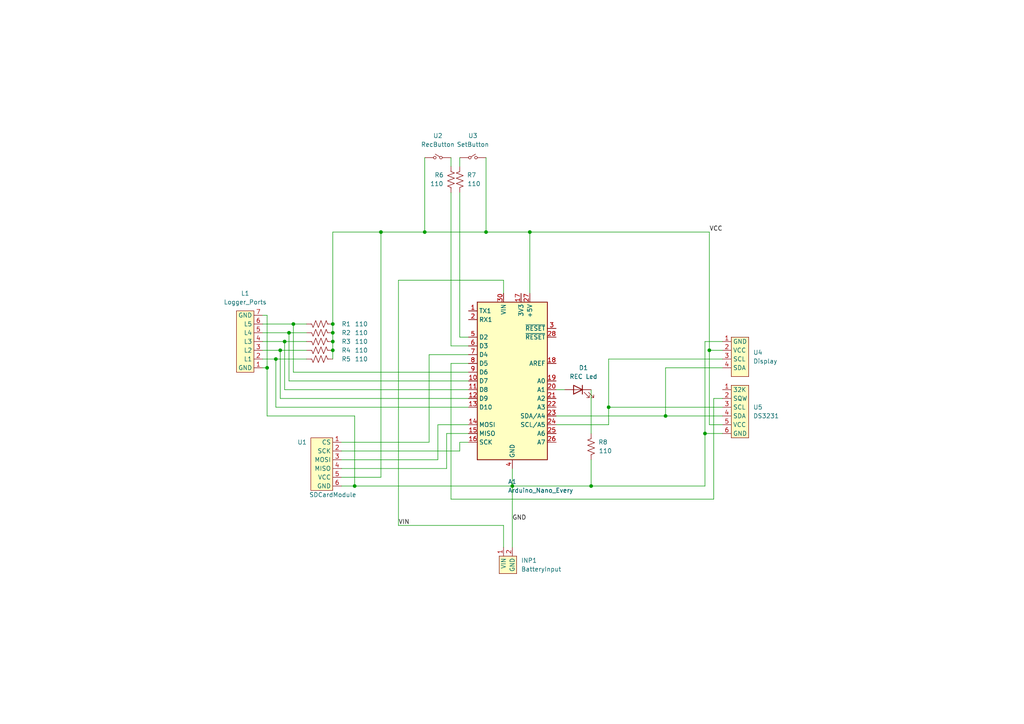
<source format=kicad_sch>
(kicad_sch (version 20211123) (generator eeschema)
  (paper "A4")
  (title_block (title "Waterflow Logger") (date "2022-02-13") (company "RisorsaTerra"))
  (lib_symbols
    (symbol "Button_1" (pin_numbers hide) (pin_names hide)
      (property "Reference" "U" (at 0 2.54 0))
      (property "Value" "Button_1" (at 0 -1.778 0))
      (symbol "Button_1_0_1"
        (circle (center -0.889 0) (radius 0.381))
        (polyline (pts (xy -0.508 0.254) (xy 0.762 1.016)))
        (circle (center 0.889 0) (radius 0.381))
      )
      (symbol "Button_1_1_1"
        (pin passive line (at -3.81 0 0) (length 2.54) (name "") (number "1"))
        (pin passive line (at 3.81 0 180) (length 2.54) (name "") (number "2"))
      )
    )
    (symbol "Components:BatteryInput"
      (property "Reference" "INP" (at 6.35 0 0))
      (property "Value" "BatteryInput" (at 0 -2.54 0))
      (symbol "BatteryInput_0_1"
        (rectangle (start -2.54 3.81) (end 2.54 -1.27) (fill (type background)))
      )
      (symbol "BatteryInput_1_1"
        (pin power_in line (at -1.27 6.35 270) (length 2.54) (name "VIN") (number "1"))
        (pin passive line (at 1.27 6.35 270) (length 2.54) (name "GND") (number "2"))
      )
    )
    (symbol "Components:DS3231"
      (property "Reference" "U" (at 0 6.35 0))
      (property "Value" "DS3231" (at 0 -11.43 0))
      (symbol "DS3231_0_1"
        (rectangle (start -2.54 5.08) (end 2.54 -10.16) (fill (type background)))
      )
      (symbol "DS3231_1_1"
        (pin passive line (at -5.08 3.81 0) (length 2.54) (name "32K") (number "1"))
        (pin passive line (at -5.08 1.27 0) (length 2.54) (name "SQW") (number "2"))
        (pin passive line (at -5.08 -1.27 0) (length 2.54) (name "SCL") (number "3"))
        (pin passive line (at -5.08 -3.81 0) (length 2.54) (name "SDA") (number "4"))
        (pin passive line (at -5.08 -6.35 0) (length 2.54) (name "VCC") (number "5"))
        (pin passive line (at -5.08 -8.89 0) (length 2.54) (name "GND") (number "6"))
      )
    )
    (symbol "Components:Display"
      (property "Reference" "U" (at -5.08 6.35 0))
      (property "Value" "Display" (at 0 -5.08 0))
      (symbol "Display_0_1"
        (rectangle (start -6.35 5.08) (end 5.08 0) (fill (type background)))
      )
      (symbol "Display_1_1"
        (pin passive line (at -5.08 -2.54 90) (length 2.54) (name "GND") (number "1"))
        (pin passive line (at -2.54 -2.54 90) (length 2.54) (name "VCC") (number "2"))
        (pin passive line (at 0 -2.54 90) (length 2.54) (name "SCL") (number "3"))
        (pin passive line (at 2.54 -2.54 90) (length 2.54) (name "SDA") (number "4"))
      )
    )
    (symbol "Components:Logger_Ports"
      (property "Reference" "L" (at -1.27 10.16 0))
      (property "Value" "Logger_Ports" (at -1.27 -10.16 0))
      (symbol "Logger_Ports_0_1"
        (rectangle (start -2.54 8.89) (end 2.54 -8.89) (fill (type background)))
      )
      (symbol "Logger_Ports_1_1"
        (pin passive line (at -5.08 7.62 0) (length 2.54) (name "GND") (number "1"))
        (pin passive line (at -5.08 5.08 0) (length 2.54) (name "L1") (number "2"))
        (pin passive line (at -5.08 2.54 0) (length 2.54) (name "L2") (number "3"))
        (pin passive line (at -5.08 0 0) (length 2.54) (name "L3") (number "4"))
        (pin passive line (at -5.08 -2.54 0) (length 2.54) (name "L4") (number "5"))
        (pin passive line (at -5.08 -5.08 0) (length 2.54) (name "L5") (number "6"))
        (pin passive line (at -5.08 -7.62 0) (length 2.54) (name "GND") (number "7"))
      )
    )
    (symbol "Components:SDCardModule"
      (property "Reference" "U" (at -1.27 7.62 0))
      (property "Value" "SDCardModule" (at 0 -10.16 0))
      (symbol "SDCardModule_0_1"
        (rectangle (start -2.54 6.35) (end 3.81 -8.89) (fill (type background)))
      )
      (symbol "SDCardModule_1_1"
        (pin passive line (at -5.08 5.08 0) (length 2.54) (name "CS") (number "1"))
        (pin passive line (at -5.08 2.54 0) (length 2.54) (name "SCK") (number "2"))
        (pin passive line (at -5.08 0 0) (length 2.54) (name "MOSI") (number "3"))
        (pin passive line (at -5.08 -2.54 0) (length 2.54) (name "MISO") (number "4"))
        (pin passive line (at -5.08 -5.08 0) (length 2.54) (name "VCC") (number "5"))
        (pin passive line (at -5.08 -7.62 0) (length 2.54) (name "GND") (number "6"))
      )
    )
    (symbol "Device:LED" (pin_numbers hide) (pin_names (offset 1.016) hide)
      (property "Reference" "D" (at 0 2.54 0))
      (property "Value" "LED" (at 0 -2.54 0))
      (symbol "LED_0_1"
        (polyline (pts (xy -1.27 -1.27) (xy -1.27 1.27)) (stroke (width 0.254)))
        (polyline (pts (xy -1.27 0) (xy 1.27 0)))
        (polyline (pts (xy 1.27 -1.27) (xy 1.27 1.27) (xy -1.27 0) (xy 1.27 -1.27)) (stroke (width 0.254)))
        (polyline (pts (xy -3.048 -0.762) (xy -4.572 -2.286) (xy -3.81 -2.286) (xy -4.572 -2.286) (xy -4.572 -1.524)))
        (polyline (pts (xy -1.778 -0.762) (xy -3.302 -2.286) (xy -2.54 -2.286) (xy -3.302 -2.286) (xy -3.302 -1.524)))
      )
      (symbol "LED_1_1"
        (pin passive line (at -3.81 0 0) (length 2.54) (name "K") (number "1"))
        (pin passive line (at 3.81 0 180) (length 2.54) (name "A") (number "2"))
      )
    )
    (symbol "Device:R_US" (pin_numbers hide) (pin_names (offset 0))
      (property "Reference" "R" (at 2.54 0 90))
      (property "Value" "R_US" (at -2.54 0 90))
      (symbol "R_US_0_1"
        (polyline (pts (xy 0 -2.286) (xy 0 -2.54)))
        (polyline (pts (xy 0 2.286) (xy 0 2.54)))
        (polyline (pts (xy 0 -0.762) (xy 1.016 -1.143) (xy 0 -1.524) (xy -1.016 -1.905) (xy 0 -2.286)))
        (polyline (pts (xy 0 0.762) (xy 1.016 0.381) (xy 0 0) (xy -1.016 -0.381) (xy 0 -0.762)))
        (polyline (pts (xy 0 2.286) (xy 1.016 1.905) (xy 0 1.524) (xy -1.016 1.143) (xy 0 0.762)))
      )
      (symbol "R_US_1_1"
        (pin passive line (at 0 3.81 270) (length 1.27) (name "~") (number "1"))
        (pin passive line (at 0 -3.81 90) (length 1.27) (name "~") (number "2"))
      )
    )
    (symbol "MCU_Module:Arduino_Nano_Every"
      (property "Reference" "A" (at -10.16 23.495 0))
      (property "Value" "Arduino_Nano_Every" (at 5.08 -24.13 0))
      (symbol "Arduino_Nano_Every_0_1"
        (rectangle (start -10.16 22.86) (end 10.16 -22.86) (stroke (width 0.254)) (fill (type background)))
      )
      (symbol "Arduino_Nano_Every_1_1"
        (pin bidirectional line (at -12.7 20.32 0) (length 2.54) (name "TX1") (number "1"))
        (pin bidirectional line (at -12.7 0 0) (length 2.54) (name "D7") (number "10"))
        (pin bidirectional line (at -12.7 -2.54 0) (length 2.54) (name "D8") (number "11"))
        (pin bidirectional line (at -12.7 -5.08 0) (length 2.54) (name "D9") (number "12"))
        (pin bidirectional line (at -12.7 -7.62 0) (length 2.54) (name "D10") (number "13"))
        (pin bidirectional line (at -12.7 -12.7 0) (length 2.54) (name "MOSI") (number "14"))
        (pin bidirectional line (at -12.7 -15.24 0) (length 2.54) (name "MISO") (number "15"))
        (pin bidirectional line (at -12.7 -17.78 0) (length 2.54) (name "SCK") (number "16"))
        (pin power_out line (at 2.54 25.4 270) (length 2.54) (name "3V3") (number "17"))
        (pin input line (at 12.7 5.08 180) (length 2.54) (name "AREF") (number "18"))
        (pin bidirectional line (at 12.7 0 180) (length 2.54) (name "A0") (number "19"))
        (pin bidirectional line (at -12.7 17.78 0) (length 2.54) (name "RX1") (number "2"))
        (pin bidirectional line (at 12.7 -2.54 180) (length 2.54) (name "A1") (number "20"))
        (pin bidirectional line (at 12.7 -5.08 180) (length 2.54) (name "A2") (number "21"))
        (pin bidirectional line (at 12.7 -7.62 180) (length 2.54) (name "A3") (number "22"))
        (pin bidirectional line (at 12.7 -10.16 180) (length 2.54) (name "SDA/A4") (number "23"))
        (pin bidirectional line (at 12.7 -12.7 180) (length 2.54) (name "SCL/A5") (number "24"))
        (pin bidirectional line (at 12.7 -15.24 180) (length 2.54) (name "A6") (number "25"))
        (pin bidirectional line (at 12.7 -17.78 180) (length 2.54) (name "A7") (number "26"))
        (pin power_out line (at 5.08 25.4 270) (length 2.54) (name "+5V") (number "27"))
        (pin input line (at 12.7 12.7 180) (length 2.54) (name "~{RESET}") (number "28"))
        (pin passive line (at 0 -25.4 90) (length 2.54) hide (name "GND") (number "29"))
        (pin input line (at 12.7 15.24 180) (length 2.54) (name "~{RESET}") (number "3"))
        (pin power_in line (at -2.54 25.4 270) (length 2.54) (name "VIN") (number "30"))
        (pin power_in line (at 0 -25.4 90) (length 2.54) (name "GND") (number "4"))
        (pin bidirectional line (at -12.7 12.7 0) (length 2.54) (name "D2") (number "5"))
        (pin bidirectional line (at -12.7 10.16 0) (length 2.54) (name "D3") (number "6"))
        (pin bidirectional line (at -12.7 7.62 0) (length 2.54) (name "D4") (number "7"))
        (pin bidirectional line (at -12.7 5.08 0) (length 2.54) (name "D5") (number "8"))
        (pin bidirectional line (at -12.7 2.54 0) (length 2.54) (name "D6") (number "9"))
      )
    )
  )
  (junction (at 82.55 99.06))
  (junction (at 96.52 101.6))
  (junction (at 171.45 140.97))
  (junction (at 96.52 96.52))
  (junction (at 96.52 93.98))
  (junction (at 102.87 140.97))
  (junction (at 85.09 93.98))
  (junction (at 80.01 104.14))
  (junction (at 148.59 140.97))
  (junction (at 193.04 120.65))
  (junction (at 77.47 106.68))
  (junction (at 153.67 67.31))
  (junction (at 96.52 99.06))
  (junction (at 123.19 67.31))
  (junction (at 205.74 101.6))
  (junction (at 81.28 101.6))
  (junction (at 176.53 118.11))
  (junction (at 204.47 125.73))
  (junction (at 140.97 67.31))
  (junction (at 83.82 96.52))
  (junction (at 110.49 67.31))
  (wire (pts (xy 148.59 140.97) (xy 148.59 158.75)))
  (wire (pts (xy 171.45 133.35) (xy 171.45 140.97)))
  (wire (pts (xy 129.54 125.73) (xy 135.89 125.73)))
  (wire (pts (xy 82.55 99.06) (xy 88.9 99.06)))
  (wire (pts (xy 99.06 133.35) (xy 127 133.35)))
  (wire (pts (xy 76.2 99.06) (xy 82.55 99.06)))
  (wire (pts (xy 81.28 101.6) (xy 81.28 115.57)))
  (wire (pts (xy 83.82 96.52) (xy 83.82 110.49)))
  (wire (pts (xy 124.46 128.27) (xy 124.46 102.87)))
  (wire (pts (xy 204.47 99.06) (xy 209.55 99.06)))
  (wire (pts (xy 209.55 101.6) (xy 205.74 101.6)))
  (wire (pts (xy 133.35 45.72) (xy 133.35 48.26)))
  (wire (pts (xy 209.55 123.19) (xy 205.74 123.19)))
  (wire (pts (xy 99.06 130.81) (xy 133.35 130.81)))
  (wire (pts (xy 205.74 123.19) (xy 205.74 101.6)))
  (wire (pts (xy 130.81 144.78) (xy 207.01 144.78)))
  (wire (pts (xy 102.87 140.97) (xy 148.59 140.97)))
  (wire (pts (xy 83.82 96.52) (xy 88.9 96.52)))
  (wire (pts (xy 80.01 118.11) (xy 135.89 118.11)))
  (wire (pts (xy 96.52 99.06) (xy 96.52 101.6)))
  (wire (pts (xy 76.2 96.52) (xy 83.82 96.52)))
  (wire (pts (xy 171.45 113.03) (xy 171.45 125.73)))
  (wire (pts (xy 133.35 55.88) (xy 133.35 97.79)))
  (wire (pts (xy 176.53 118.11) (xy 176.53 104.14)))
  (wire (pts (xy 110.49 67.31) (xy 110.49 138.43)))
  (wire (pts (xy 76.2 104.14) (xy 80.01 104.14)))
  (wire (pts (xy 146.05 81.28) (xy 146.05 85.09)))
  (wire (pts (xy 130.81 55.88) (xy 130.81 100.33)))
  (wire (pts (xy 205.74 67.31) (xy 153.67 67.31)))
  (wire (pts (xy 85.09 93.98) (xy 85.09 107.95)))
  (wire (pts (xy 133.35 128.27) (xy 135.89 128.27)))
  (wire (pts (xy 205.74 67.31) (xy 205.74 101.6)))
  (wire (pts (xy 207.01 115.57) (xy 207.01 144.78)))
  (wire (pts (xy 135.89 105.41) (xy 130.81 105.41)))
  (wire (pts (xy 193.04 120.65) (xy 209.55 120.65)))
  (wire (pts (xy 76.2 106.68) (xy 77.47 106.68)))
  (wire (pts (xy 110.49 67.31) (xy 123.19 67.31)))
  (wire (pts (xy 146.05 158.75) (xy 146.05 152.4)))
  (wire (pts (xy 130.81 45.72) (xy 130.81 48.26)))
  (wire (pts (xy 77.47 91.44) (xy 77.47 106.68)))
  (wire (pts (xy 124.46 102.87) (xy 135.89 102.87)))
  (wire (pts (xy 176.53 123.19) (xy 176.53 118.11)))
  (wire (pts (xy 148.59 135.89) (xy 148.59 140.97)))
  (wire (pts (xy 76.2 101.6) (xy 81.28 101.6)))
  (wire (pts (xy 82.55 113.03) (xy 135.89 113.03)))
  (wire (pts (xy 96.52 96.52) (xy 96.52 99.06)))
  (wire (pts (xy 133.35 130.81) (xy 133.35 128.27)))
  (wire (pts (xy 102.87 120.65) (xy 102.87 140.97)))
  (wire (pts (xy 76.2 91.44) (xy 77.47 91.44)))
  (wire (pts (xy 110.49 67.31) (xy 96.52 67.31)))
  (wire (pts (xy 161.29 123.19) (xy 176.53 123.19)))
  (wire (pts (xy 123.19 67.31) (xy 140.97 67.31)))
  (wire (pts (xy 130.81 105.41) (xy 130.81 144.78)))
  (wire (pts (xy 129.54 135.89) (xy 129.54 125.73)))
  (wire (pts (xy 204.47 125.73) (xy 204.47 140.97)))
  (wire (pts (xy 96.52 93.98) (xy 96.52 96.52)))
  (wire (pts (xy 96.52 101.6) (xy 96.52 104.14)))
  (wire (pts (xy 82.55 99.06) (xy 82.55 113.03)))
  (wire (pts (xy 161.29 113.03) (xy 163.83 113.03)))
  (wire (pts (xy 148.59 140.97) (xy 171.45 140.97)))
  (wire (pts (xy 102.87 120.65) (xy 77.47 120.65)))
  (wire (pts (xy 161.29 120.65) (xy 193.04 120.65)))
  (wire (pts (xy 81.28 115.57) (xy 135.89 115.57)))
  (wire (pts (xy 146.05 152.4) (xy 115.57 152.4)))
  (wire (pts (xy 99.06 138.43) (xy 110.49 138.43)))
  (wire (pts (xy 96.52 67.31) (xy 96.52 93.98)))
  (wire (pts (xy 176.53 104.14) (xy 209.55 104.14)))
  (wire (pts (xy 80.01 104.14) (xy 88.9 104.14)))
  (wire (pts (xy 77.47 120.65) (xy 77.47 106.68)))
  (wire (pts (xy 140.97 67.31) (xy 153.67 67.31)))
  (wire (pts (xy 85.09 93.98) (xy 88.9 93.98)))
  (wire (pts (xy 99.06 140.97) (xy 102.87 140.97)))
  (wire (pts (xy 204.47 125.73) (xy 209.55 125.73)))
  (wire (pts (xy 85.09 107.95) (xy 135.89 107.95)))
  (wire (pts (xy 193.04 106.68) (xy 193.04 120.65)))
  (wire (pts (xy 204.47 99.06) (xy 204.47 125.73)))
  (wire (pts (xy 81.28 101.6) (xy 88.9 101.6)))
  (wire (pts (xy 176.53 118.11) (xy 209.55 118.11)))
  (wire (pts (xy 99.06 128.27) (xy 124.46 128.27)))
  (wire (pts (xy 130.81 100.33) (xy 135.89 100.33)))
  (wire (pts (xy 115.57 81.28) (xy 146.05 81.28)))
  (wire (pts (xy 171.45 140.97) (xy 204.47 140.97)))
  (wire (pts (xy 76.2 93.98) (xy 85.09 93.98)))
  (wire (pts (xy 127 133.35) (xy 127 123.19)))
  (wire (pts (xy 127 123.19) (xy 135.89 123.19)))
  (wire (pts (xy 83.82 110.49) (xy 135.89 110.49)))
  (wire (pts (xy 123.19 45.72) (xy 123.19 67.31)))
  (wire (pts (xy 133.35 97.79) (xy 135.89 97.79)))
  (wire (pts (xy 99.06 135.89) (xy 129.54 135.89)))
  (wire (pts (xy 140.97 45.72) (xy 140.97 67.31)))
  (wire (pts (xy 209.55 115.57) (xy 207.01 115.57)))
  (wire (pts (xy 115.57 152.4) (xy 115.57 81.28)))
  (wire (pts (xy 153.67 85.09) (xy 153.67 67.31)))
  (wire (pts (xy 80.01 104.14) (xy 80.01 118.11)))
  (wire (pts (xy 209.55 106.68) (xy 193.04 106.68)))
  (label "GND" (at 148.59 151.13 0))
  (label "VIN" (at 115.57 152.4 0))
  (label "VCC" (at 205.74 67.31 0))
  (symbol (lib_id "Device:R_US") (at 92.71 96.52 90) (mirror x) (unit 1)
    (property "Reference" "R2" (at 99.06 96.52 90) (effects (justify right)))
    (property "Value" "110" (at 102.87 96.52 90) (effects (justify right)))
    (property "Footprint" "Resistor_THT:R_Axial_DIN0204_L3.6mm_D1.6mm_P5.08mm_Horizontal" (effects hide))
  )
  (symbol (lib_id "Components:SDCardModule") (at 93.98 133.35 0) (mirror y) (unit 1)
    (property "Reference" "U1" (at 87.63 128.27 0))
    (property "Value" "SDCardModule" (at 96.52 143.51 0))
    (property "Footprint" "Connector_PinSocket_2.54mm:PinSocket_1x06_P2.54mm_Vertical" (effects hide))
  )
  (symbol (lib_id "Components:DS3231") (at 214.63 116.84 0) (unit 1)
    (property "Reference" "U5" (at 218.44 118.1099 0) (effects (justify left)))
    (property "Value" "DS3231" (at 218.44 120.6499 0) (effects (justify left)))
    (property "Footprint" "Connector_PinSocket_2.54mm:PinSocket_1x06_P2.54mm_Vertical" (effects hide))
  )
  (symbol (lib_id "Device:R_US") (at 92.71 104.14 90) (mirror x) (unit 1)
    (property "Reference" "R5" (at 99.06 104.14 90) (effects (justify right)))
    (property "Value" "110" (at 102.87 104.14 90) (effects (justify right)))
    (property "Footprint" "Resistor_THT:R_Axial_DIN0204_L3.6mm_D1.6mm_P5.08mm_Horizontal" (effects hide))
  )
  (symbol (lib_id "Device:R_US") (at 130.81 52.07 180) (unit 1)
    (property "Reference" "R6" (at 126.02 50.7715 0) (effects (justify right)))
    (property "Value" "110" (at 124.75 53.3115 0) (effects (justify right)))
    (property "Footprint" "Resistor_THT:R_Axial_DIN0204_L3.6mm_D1.6mm_P5.08mm_Horizontal" (effects hide))
  )
  (symbol (lib_id "MCU_Module:Arduino_Nano_Every") (at 148.59 110.49 0) (unit 1)
    (property "Reference" "A1" (at 147.32 139.7 0) (effects (justify left)))
    (property "Value" "Arduino_Nano_Every" (at 147.32 142.24 0) (effects (justify left)))
    (property "Footprint" "Module:Arduino_Nano" (effects hide))
    (property "Datasheet" "https://content.arduino.cc/assets/NANOEveryV3.0_sch.pdf" (effects hide))
  )
  (symbol (lib_id "Device:R_US") (at 92.71 99.06 90) (mirror x) (unit 1)
    (property "Reference" "R3" (at 99.06 99.06 90) (effects (justify right)))
    (property "Value" "110" (at 102.87 99.06 90) (effects (justify right)))
    (property "Footprint" "Resistor_THT:R_Axial_DIN0204_L3.6mm_D1.6mm_P5.08mm_Horizontal" (effects hide))
  )
  (symbol (lib_id "Components:Display") (at 212.09 104.14 270) (unit 1)
    (property "Reference" "U4" (at 218.44 102.2349 90) (effects (justify left)))
    (property "Value" "Display" (at 218.44 104.7749 90) (effects (justify left)))
    (property "Footprint" "TerminalBlock_4Ucon:TerminalBlock_4Ucon_1x04_P3.50mm_Horizontal" (effects hide))
  )
  (symbol (lib_id "Device:R_US") (at 171.45 129.54 0) (mirror x) (unit 1)
    (property "Reference" "R8" (at 176.24 128.2415 0) (effects (justify right)))
    (property "Value" "110" (at 177.51 130.7815 0) (effects (justify right)))
    (property "Footprint" "Resistor_THT:R_Axial_DIN0204_L3.6mm_D1.6mm_P5.08mm_Horizontal" (effects hide))
  )
  (symbol (lib_id "Components:Logger_Ports") (at 71.12 99.06 180) (unit 1)
    (property "Reference" "L1" (at 71.12 85.09 0))
    (property "Value" "Logger_Ports" (at 71.12 87.63 0))
    (property "Footprint" "TerminalBlock_4Ucon:TerminalBlock_4Ucon_1x07_P3.50mm_Vertical" (effects hide))
  )
  (symbol (lib_id "Components:BatteryInput") (at 147.32 165.1 0) (unit 1)
    (property "Reference" "INP1" (at 151.13 162.5599 0) (effects (justify left)))
    (property "Value" "BatteryInput" (at 151.13 165.0999 0) (effects (justify left)))
    (property "Footprint" "TerminalBlock_4Ucon:TerminalBlock_4Ucon_1x02_P3.50mm_Horizontal" (effects hide))
  )
  (symbol (lib_id "Device:R_US") (at 92.71 93.98 90) (mirror x) (unit 1)
    (property "Reference" "R1" (at 99.06 93.98 90) (effects (justify right)))
    (property "Value" "110" (at 102.87 93.98 90) (effects (justify right)))
    (property "Footprint" "Resistor_THT:R_Axial_DIN0204_L3.6mm_D1.6mm_P5.08mm_Horizontal" (effects hide))
  )
  (symbol (lib_name "Button_1") (lib_id "Components:Button") (at 127 45.72 0) (mirror y) (unit 1)
    (property "Reference" "U2" (at 127 39.37 0))
    (property "Value" "RecButton" (at 127 41.91 0))
    (property "Footprint" "TerminalBlock_4Ucon:TerminalBlock_4Ucon_1x02_P3.50mm_Horizontal" (effects hide))
  )
  (symbol (lib_id "Device:LED") (at 167.64 113.03 0) (mirror y) (unit 1)
    (property "Reference" "D1" (at 169.2275 106.68 0))
    (property "Value" "REC Led" (at 169.2275 109.22 0))
    (property "Footprint" "LED_THT:LED_Oval_W5.2mm_H3.8mm" (effects hide))
  )
  (symbol (lib_id "Device:R_US") (at 133.35 52.07 0) (mirror x) (unit 1)
    (property "Reference" "R7" (at 138.14 50.7715 0) (effects (justify right)))
    (property "Value" "110" (at 139.41 53.3115 0) (effects (justify right)))
    (property "Footprint" "Resistor_THT:R_Axial_DIN0204_L3.6mm_D1.6mm_P5.08mm_Horizontal" (effects hide))
  )
  (symbol (lib_id "Device:R_US") (at 92.71 101.6 90) (mirror x) (unit 1)
    (property "Reference" "R4" (at 99.06 101.6 90) (effects (justify right)))
    (property "Value" "110" (at 102.87 101.6 90) (effects (justify right)))
    (property "Footprint" "Resistor_THT:R_Axial_DIN0204_L3.6mm_D1.6mm_P5.08mm_Horizontal" (effects hide))
  )
  (symbol (lib_name "Button_1") (lib_id "Components:Button") (at 137.16 45.72 0) (unit 1)
    (property "Reference" "U3" (at 137.16 39.37 0))
    (property "Value" "SetButton" (at 137.16 41.91 0))
    (property "Footprint" "TerminalBlock_4Ucon:TerminalBlock_4Ucon_1x02_P3.50mm_Horizontal" (effects hide))
  )
)
</source>
